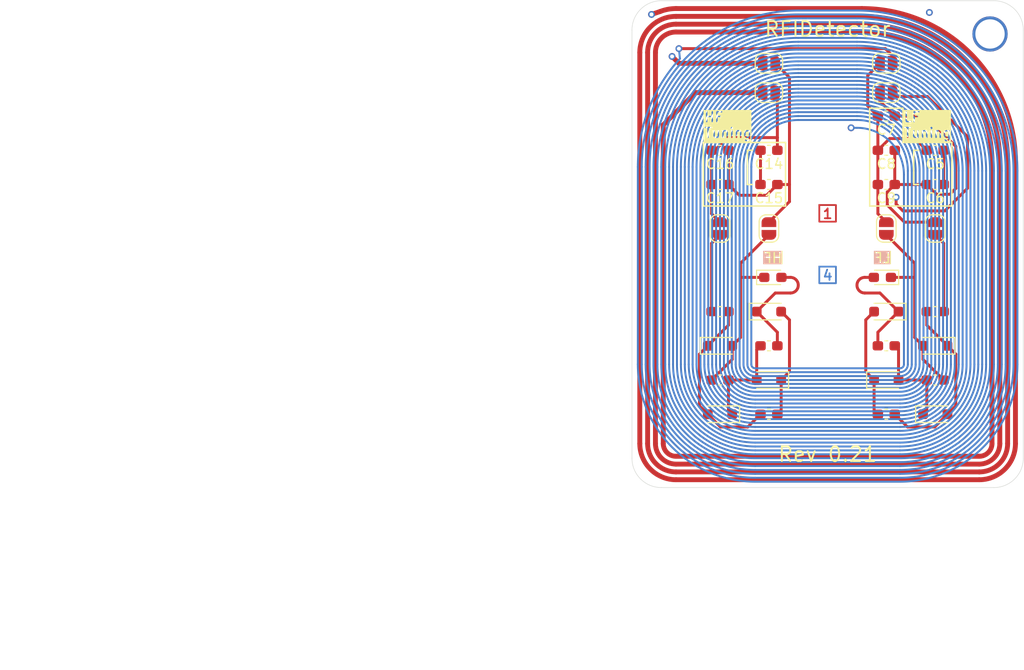
<source format=kicad_pcb>
(kicad_pcb (version 20221018) (generator pcbnew)
  (title_block (title "RFIDetector") (rev "0.21") (company "wh201906"))
  (layers (0 "F.Cu" signal) (1 "In1.Cu" signal) (2 "In2.Cu" signal) (31 "B.Cu" signal) (34 "B.Paste" user) (35 "F.Paste" user) (36 "B.SilkS" user "B.Silkscreen") (37 "F.SilkS" user "F.Silkscreen") (38 "B.Mask" user) (39 "F.Mask" user) (44 "Edge.Cuts" user))
  (net 0 "")
  (net 1 "/125k_load_+")
  (net 2 "Net-(D1-K)")
  (net 3 "/125k_load_-")
  (net 4 "Net-(D2-K)")
  (net 5 "Net-(D3-K)")
  (net 6 "Net-(D4-K)")
  (net 7 "/13.56M_load_+")
  (net 8 "Net-(D6-K)")
  (net 9 "/13.56M_load_-")
  (net 10 "Net-(D7-K)")
  (net 11 "Net-(D8-K)")
  (net 12 "Net-(D10-A)")
  (net 13 "Net-(JP1-B)")
  (net 14 "Net-(JP2-B)")
  (net 15 "Net-(C14-Pad1)")
  (net 16 "Net-(JP5-B)")
  (net 17 "Net-(JP6-B)")
  (net 18 "unconnected-(JP3-B-Pad2)")
  (net 19 "unconnected-(JP4-B-Pad2)")
  (net 22 "Net-(C5-Pad2)")
  (footprint "Jumper:SolderJumper-2_P1.3mm_Open_RoundedPad1.0x1.5mm" (layer "F.Cu") (at 214 56.5 180)
    (fp_text reference "JP8" hide)
    (fp_text value "SolderJumper_2_Open")
  )
  (footprint "LED_SMD:LED_0603_1608Metric_Pad1.05x0.95mm_HandSolder" (layer "F.Cu") (at 214.4 78.4)
    (fp_text reference "D10" hide)
    (fp_text value "LED")
  )
  (footprint "Capacitor_SMD:C_0603_1608Metric_Pad1.08x0.95mm_HandSolder" (layer "F.Cu") (at 213.9995 68.9)
    (fp_text reference "C15")
    (fp_text value "0")
  )
  (footprint "Capacitor_SMD:C_0603_1608Metric_Pad1.08x0.95mm_HandSolder" (layer "F.Cu") (at 225.9995 68.9 180)
    (fp_text reference "C9")
    (fp_text value "0")
  )
  (footprint "Capacitor_SMD:C_0603_1608Metric_Pad1.08x0.95mm_HandSolder" (layer "F.Cu") (at 225.9995 85.4 180)
    (fp_text reference "C4" hide)
    (fp_text value "10u")
  )
  (footprint "Capacitor_SMD:C_0603_1608Metric_Pad1.08x0.95mm_HandSolder" (layer "F.Cu") (at 213.9995 85.4)
    (fp_text reference "C13" hide)
    (fp_text value "10u")
  )
  (footprint "Jumper:SolderJumper-2_P1.3mm_Open_RoundedPad1.0x1.5mm" (layer "F.Cu") (at 208.9995 73.4 90)
    (fp_text reference "JP5" hide)
    (fp_text value "SolderJumper_2_Open")
  )
  (footprint "Capacitor_SMD:C_0603_1608Metric_Pad1.08x0.95mm_HandSolder" (layer "F.Cu") (at 213.9995 65.4)
    (fp_text reference "C14")
    (fp_text value "0")
  )
  (footprint "Jumper:SolderJumper-2_P1.3mm_Open_RoundedPad1.0x1.5mm" (layer "F.Cu") (at 226 59.5)
    (fp_text reference "JP3" hide)
    (fp_text value "SolderJumper_2_Open")
  )
  (footprint "Diode_SMD:D_SOD-323_HandSoldering" (layer "F.Cu") (at 230.9995 85.4 180)
    (fp_text reference "D1" hide)
    (fp_text value "1N5819WS")
  )
  (footprint "Diode_SMD:D_SOD-323_HandSoldering" (layer "F.Cu") (at 208.9995 85.4)
    (fp_text reference "D6" hide)
    (fp_text value "1N5819WS")
  )
  (footprint "Diode_SMD:D_SOD-323_HandSoldering" (layer "F.Cu") (at 225.9995 81.9 180)
    (fp_text reference "D4" hide)
    (fp_text value "1N5819WS")
  )
  (footprint "Capacitor_SMD:C_0603_1608Metric_Pad1.08x0.95mm_HandSolder" (layer "F.Cu") (at 230.9995 65.4)
    (fp_text reference "C5")
    (fp_text value "0")
  )
  (footprint "Capacitor_SMD:C_0603_1608Metric_Pad1.08x0.95mm_HandSolder" (layer "F.Cu") (at 208.9995 65.4 180)
    (fp_text reference "C16")
    (fp_text value "0")
  )
  (footprint "Capacitor_SMD:C_0603_1608Metric_Pad1.08x0.95mm_HandSolder" (layer "F.Cu") (at 225.9995 92.4 180)
    (fp_text reference "C3" hide)
    (fp_text value "10u")
  )
  (footprint "Diode_SMD:D_SOD-323_HandSoldering" (layer "F.Cu") (at 225.9995 88.9)
    (fp_text reference "D3" hide)
    (fp_text value "1N5819WS")
  )
  (footprint "Diode_SMD:D_SOD-323_HandSoldering" (layer "F.Cu") (at 230.9995 92.4)
    (fp_text reference "D2" hide)
    (fp_text value "1N5819WS")
  )
  (footprint "Capacitor_SMD:C_0603_1608Metric_Pad1.08x0.95mm_HandSolder" (layer "F.Cu") (at 208.9995 68.9 180)
    (fp_text reference "C17")
    (fp_text value "0")
  )
  (footprint "Jumper:SolderJumper-2_P1.3mm_Open_RoundedPad1.0x1.5mm" (layer "F.Cu") (at 226 56.5)
    (fp_text reference "JP4" hide)
    (fp_text value "SolderJumper_2_Open")
  )
  (footprint "Diode_SMD:D_SOD-323_HandSoldering" (layer "F.Cu") (at 208.9995 92.4 180)
    (fp_text reference "D7" hide)
    (fp_text value "1N5819WS")
  )
  (footprint "Capacitor_SMD:C_0603_1608Metric_Pad1.08x0.95mm_HandSolder" (layer "F.Cu") (at 208.9995 81.9)
    (fp_text reference "C10" hide)
    (fp_text value "10u")
  )
  (footprint "Jumper:SolderJumper-2_P1.3mm_Open_RoundedPad1.0x1.5mm" (layer "F.Cu") (at 214 59.5 180)
    (fp_text reference "JP7" hide)
    (fp_text value "SolderJumper_2_Open")
  )
  (footprint "Capacitor_SMD:C_0603_1608Metric_Pad1.08x0.95mm_HandSolder" (layer "F.Cu") (at 225.9995 65.4 180)
    (fp_text reference "C8")
    (fp_text value "0")
  )
  (footprint "Capacitor_SMD:C_0603_1608Metric_Pad1.08x0.95mm_HandSolder" (layer "F.Cu") (at 213.9995 92.4)
    (fp_text reference "C12" hide)
    (fp_text value "10u")
  )
  (footprint "Capacitor_SMD:C_0603_1608Metric_Pad1.08x0.95mm_HandSolder" (layer "F.Cu") (at 230.9995 68.9 180)
    (fp_text reference "C6")
    (fp_text value "0")
  )
  (footprint "Jumper:SolderJumper-2_P1.3mm_Open_RoundedPad1.0x1.5mm" (layer "F.Cu") (at 225.9995 73.4 90)
    (fp_text reference "JP2" hide)
    (fp_text value "SolderJumper_2_Open")
  )
  (footprint "Capacitor_SMD:C_0603_1608Metric_Pad1.08x0.95mm_HandSolder" (layer "F.Cu") (at 230.9995 81.9 180)
    (fp_text reference "C1" hide)
    (fp_text value "10u")
  )
  (footprint "Jumper:SolderJumper-2_P1.3mm_Open_RoundedPad1.0x1.5mm" (layer "F.Cu") (at 230.9995 73.4 90)
    (fp_text reference "JP1" hide)
    (fp_text value "SolderJumper_2_Open")
  )
  (footprint "Jumper:SolderJumper-2_P1.3mm_Open_RoundedPad1.0x1.5mm" (layer "F.Cu") (at 213.9995 73.4 90)
    (fp_text reference "JP6" hide)
    (fp_text value "SolderJumper_2_Open")
  )
  (footprint "Diode_SMD:D_SOD-323_HandSoldering" (layer "F.Cu") (at 213.9995 81.9)
    (fp_text reference "D9" hide)
    (fp_text value "1N5819WS")
  )
  (footprint "Capacitor_SMD:C_0603_1608Metric_Pad1.08x0.95mm_HandSolder" (layer "F.Cu") (at 208.9995 88.9)
    (fp_text reference "C11" hide)
    (fp_text value "10u")
  )
  (footprint "Diode_SMD:D_SOD-323_HandSoldering" (layer "F.Cu") (at 213.9995 88.9 180)
    (fp_text reference "D8" hide)
    (fp_text value "1N5819WS")
  )
  (footprint "Capacitor_SMD:C_0603_1608Metric_Pad1.08x0.95mm_HandSolder" (layer "F.Cu") (at 225.9995 61.9 180)
    (fp_text reference "C7")
    (fp_text value "4.7n")
  )
  (footprint "LED_SMD:LED_0603_1608Metric_Pad1.05x0.95mm_HandSolder" (layer "F.Cu") (at 225.6 78.4 180)
    (fp_text reference "D5" hide)
    (fp_text value "LED")
  )
  (footprint "Capacitor_SMD:C_0603_1608Metric_Pad1.08x0.95mm_HandSolder" (layer "F.Cu") (at 230.9995 88.9 180)
    (fp_text reference "C2" hide)
    (fp_text value "10u")
  )
  (gr_arc (start 200.8 55.4) (mid 201.883705 52.783705) (end 204.5 51.7) (stroke (width 0.5)) (layer "F.Cu"))
  (gr_arc (start 238.4 95.4) (mid 237.55061 97.45061) (end 235.5 98.3) (stroke (width 0.5)) (layer "F.Cu"))
  (gr_line (start 202.4 95.4) (end 202.4 55.4) (stroke (width 0.5)) (layer "F.Cu"))
  (gr_arc (start 223.5 50.9) (mid 234.601576 55.498424) (end 239.2 66.6) (stroke (width 0.5)) (layer "F.Cu"))
  (gr_arc (start 202.4 55.4) (mid 203.015076 53.915076) (end 204.5 53.3) (stroke (width 0.5)) (layer "F.Cu"))
  (gr_arc (start 236.8 95.4) (mid 236.419239 96.319239) (end 235.5 96.7) (stroke (width 0.5)) (layer "F.Cu"))
  (gr_rect (start 219.15 71) (end 220.85 72.7) (stroke (width 0.18)) (fill none) (layer "F.Cu"))
  (gr_line (start 213 59.5) (end 206.5 59.5) (stroke (width 0.5)) (layer "F.Cu"))
  (gr_line (start 204.1 55.8) (end 204.8 56.5) (stroke (width 0.5)) (layer "F.Cu"))
  (gr_line (start 206.5 59.5) (end 203.199963 62.800037) (stroke (width 0.5)) (layer "F.Cu"))
  (gr_arc (start 204.5 97.5) (mid 203.015076 96.884924) (end 202.4 95.4) (stroke (width 0.5)) (layer "F.Cu"))
  (gr_line (start 204.5 97.5) (end 235.5 97.5) (stroke (width 0.5)) (layer "F.Cu"))
  (gr_arc (start 204.5 98.3) (mid 202.44939 97.45061) (end 201.6 95.4) (stroke (width 0.5)) (layer "F.Cu"))
  (gr_arc (start 239.2 95.4) (mid 238.116295 98.016295) (end 235.5 99.1) (stroke (width 0.5)) (layer "F.Cu"))
  (gr_arc (start 202.898021 51.194805) (mid 203.68556 50.974315) (end 204.5 50.9) (stroke (width 0.5)) (layer "F.Cu"))
  (gr_line (start 238.4 95.4) (end 238.4 66.6) (stroke (width 0.5)) (layer "F.Cu"))
  (gr_arc (start 201.6 55.4) (mid 202.44939 53.34939) (end 204.5 52.5) (stroke (width 0.5)) (layer "F.Cu"))
  (gr_arc (start 204.5 96.7) (mid 203.580761 96.319239) (end 203.2 95.4) (stroke (width 0.5)) (layer "F.Cu"))
  (gr_line (start 201.6 95.4) (end 201.6 55.4) (stroke (width 0.5)) (layer "F.Cu"))
  (gr_line (start 204.5 99.1) (end 235.5 99.1) (stroke (width 0.5)) (layer "F.Cu"))
  (gr_line (start 239.2 66.6) (end 239.2 95.4) (stroke (width 0.5)) (layer "F.Cu"))
  (gr_arc (start 223.8 80) (mid 223 79.2) (end 223.8 78.4) (stroke (width 0.3)) (layer "F.Cu"))
  (gr_arc (start 237.6 95.4) (mid 236.984924 96.884924) (end 235.5 97.5) (stroke (width 0.5)) (layer "F.Cu"))
  (gr_arc (start 216.2 78.4) (mid 217 79.2) (end 216.2 80) (stroke (width 0.3)) (layer "F.Cu"))
  (gr_line (start 223.5 52.5) (end 204.5 52.5) (stroke (width 0.5)) (layer "F.Cu"))
  (gr_line (start 237.6 66.6) (end 237.6 95.4) (stroke (width 0.5)) (layer "F.Cu"))
  (gr_line (start 223.5 53.3) (end 204.5 53.3) (stroke (width 0.5)) (layer "F.Cu"))
  (gr_arc (start 223.5 51.7) (mid 234.035891 56.064109) (end 238.4 66.6) (stroke (width 0.5)) (layer "F.Cu"))
  (gr_line (start 223.5 51.7) (end 204.5 51.7) (stroke (width 0.5)) (layer "F.Cu"))
  (gr_line (start 202.898021 51.194805) (end 202 51.5) (stroke (width 0.5)) (layer "F.Cu"))
  (gr_line (start 203.2 95.4) (end 203.2 62.8) (stroke (width 0.5)) (layer "F.Cu"))
  (gr_line (start 204.5 98.3) (end 235.5 98.3) (stroke (width 0.5)) (layer "F.Cu"))
  (gr_arc (start 223.5 53.3) (mid 232.90452 57.19548) (end 236.8 66.6) (stroke (width 0.5)) (layer "F.Cu"))
  (gr_line (start 204.5 96.7) (end 235.5 96.7) (stroke (width 0.5)) (layer "F.Cu"))
  (gr_arc (start 204.5 99.1) (mid 201.883705 98.016295) (end 200.8 95.4) (stroke (width 0.5)) (layer "F.Cu"))
  (gr_line (start 204.8 56.5) (end 213 56.5) (stroke (width 0.5)) (layer "F.Cu"))
  (gr_arc (start 223.5 52.5) (mid 233.470206 56.629794) (end 237.6 66.6) (stroke (width 0.5)) (layer "F.Cu"))
  (gr_line (start 200.8 95.4) (end 200.8 55.4) (stroke (width 0.5)) (layer "F.Cu"))
  (gr_line (start 223.5 50.9) (end 204.5 50.9) (stroke (width 0.5)) (layer "F.Cu"))
  (gr_line (start 236.8 95.4) (end 236.8 66.6) (stroke (width 0.5)) (layer "F.Cu"))
  (gr_line (start 237.8 67.5) (end 237.799998 87.300002) (stroke (width 0.2)) (layer "B.Cu"))
  (gr_arc (start 212.599998 98.100002) (mid 204.963245 94.936755) (end 201.799998 87.300002) (stroke (width 0.2)) (layer "B.Cu"))
  (gr_arc (start 236.199998 87.300002) (mid 233.622538 93.522542) (end 227.399998 96.100002) (stroke (width 0.2)) (layer "B.Cu"))
  (gr_line (start 203.399998 67.100004) (end 203.399998 87.300002) (stroke (width 0.2)) (layer "B.Cu"))
  (gr_line (start 228.2 67.5) (end 228.199998 87.300002) (stroke (width 0.2)) (layer "B.Cu"))
  (gr_line (start 216.999998 53.500004) (end 223 53.5) (stroke (width 0.2)) (layer "B.Cu"))
  (gr_line (start 233.8 67.5) (end 233.799998 87.300002) (stroke (width 0.2)) (layer "B.Cu"))
  (gr_line (start 209.799998 67.100004) (end 209.799998 87.300002) (stroke (width 0.2)) (layer "B.Cu"))
  (gr_arc (start 202.199998 67.100004) (mid 206.534817 56.634823) (end 216.999998 52.300004) (stroke (width 0.2)) (layer "B.Cu"))
  (gr_line (start 216.999998 52.300004) (end 223 52.3) (stroke (width 0.2)) (layer "B.Cu"))
  (gr_arc (start 201.799998 67.100004) (mid 206.251974 56.35198) (end 216.999998 51.900004) (stroke (width 0.2)) (layer "B.Cu"))
  (gr_line (start 212.599998 92.900002) (end 227.399998 92.900002) (stroke (width 0.2)) (layer "B.Cu"))
  (gr_arc (start 212.599998 89.300002) (mid 211.185784 88.714216) (end 210.599998 87.300002) (stroke (width 0.2)) (layer "B.Cu"))
  (gr_arc (start 203.799998 67.100004) (mid 207.666188 57.766194) (end 216.999998 53.900004) (stroke (width 0.2)) (layer "B.Cu"))
  (gr_line (start 216.999998 58.700004) (end 223 58.7) (stroke (width 0.2)) (layer "B.Cu"))
  (gr_arc (start 206.999998 67.100004) (mid 209.92893 60.028936) (end 216.999998 57.100004) (stroke (width 0.2)) (layer "B.Cu"))
  (gr_line (start 212.599998 93.300002) (end 227.399998 93.300002) (stroke (width 0.2)) (layer "B.Cu"))
  (gr_arc (start 208.199998 67.100004) (mid 210.777458 60.877464) (end 216.999998 58.300004) (stroke (width 0.2)) (layer "B.Cu"))
  (gr_line (start 216.999998 51.100004) (end 223 51.1) (stroke (width 0.2)) (layer "B.Cu"))
  (gr_arc (start 212.599998 90.100002) (mid 210.620099 89.279901) (end 209.799998 87.300002) (stroke (width 0.2)) (layer "B.Cu"))
  (gr_line (start 216.999998 55.900004) (end 223 55.9) (stroke (width 0.2)) (layer "B.Cu"))
  (gr_arc (start 207.399998 67.100004) (mid 210.211773 60.311779) (end 216.999998 57.500004) (stroke (width 0.2)) (layer "B.Cu"))
  (gr_line (start 237 67.5) (end 236.999998 87.300002) (stroke (width 0.2)) (layer "B.Cu"))
  (gr_arc (start 206.199998 67.100004) (mid 209.363245 59.463251) (end 216.999998 56.300004) (stroke (width 0.2)) (layer "B.Cu"))
  (gr_line (start 212.599998 98.900002) (end 227.399998 98.900002) (stroke (width 0.2)) (layer "B.Cu"))
  (gr_arc (start 223 61.5) (mid 227.242641 63.257359) (end 229 67.5) (stroke (width 0.2)) (layer "B.Cu"))
  (gr_line (start 212.599998 96.900002) (end 227.399998 96.900002) (stroke (width 0.2)) (layer "B.Cu"))
  (gr_arc (start 227.799998 87.300002) (mid 227.68284 87.582843) (end 227.399998 87.700002) (stroke (width 0.2)) (layer "B.Cu"))
  (gr_line (start 216.999998 53.900004) (end 223 53.9) (stroke (width 0.2)) (layer "B.Cu"))
  (gr_arc (start 223 58.3) (mid 229.505382 60.994618) (end 232.2 67.5) (stroke (width 0.2)) (layer "B.Cu"))
  (gr_arc (start 223 59.5) (mid 228.656854 61.843146) (end 231 67.5) (stroke (width 0.2)) (layer "B.Cu"))
  (gr_arc (start 204.999998 67.100004) (mid 208.514717 58.614723) (end 216.999998 55.100004) (stroke (width 0.2)) (layer "B.Cu"))
  (gr_arc (start 231.399998 87.300002) (mid 230.228424 90.128427) (end 227.399998 91.300002) (stroke (width 0.2)) (layer "B.Cu"))
  (gr_line (start 212.599998 95.700002) (end 227.399998 95.700002) (stroke (width 0.2)) (layer "B.Cu"))
  (gr_arc (start 211.399998 67.100004) (mid 213.0402 63.140206) (end 216.999998 61.500004) (stroke (width 0.2)) (layer "B.Cu"))
  (gr_arc (start 239.399998 87.300002) (mid 235.885279 95.785283) (end 227.399998 99.300002) (stroke (width 0.2)) (layer "B.Cu"))
  (gr_line (start 210.599998 67.100004) (end 210.599998 87.300002) (stroke (width 0.2)) (layer "B.Cu"))
  (gr_line (start 216.999998 59.100004) (end 223 59.1) (stroke (width 0.2)) (layer "B.Cu"))
  (gr_line (start 236.2 67.5) (end 236.199998 87.300002) (stroke (width 0.2)) (layer "B.Cu"))
  (gr_arc (start 231.799998 87.300002) (mid 230.511268 90.411272) (end 227.399998 91.700002) (stroke (width 0.2)) (layer "B.Cu"))
  (gr_line (start 216.999998 51.900004) (end 223 51.9) (stroke (width 0.2)) (layer "B.Cu"))
  (gr_arc (start 211.799998 67.100004) (mid 213.323043 63.423049) (end 216.999998 61.900004) (stroke (width 0.2)) (layer "B.Cu"))
  (gr_arc (start 230.599998 87.300002) (mid 229.66274 89.562744) (end 227.399998 90.500002) (stroke (width 0.2)) (layer "B.Cu"))
  (gr_arc (start 212.599998 94.100002) (mid 207.791672 92.108328) (end 205.799998 87.300002) (stroke (width 0.2)) (layer "B.Cu"))
  (gr_arc (start 212.599998 99.300002) (mid 204.114717 95.785283) (end 200.599998 87.300002) (stroke (width 0.2)) (layer "B.Cu"))
  (gr_line (start 204.999998 67.100004) (end 204.999998 87.300002) (stroke (width 0.2)) (layer "B.Cu"))
  (gr_arc (start 228.199998 87.300002) (mid 227.965683 87.865685) (end 227.399998 88.100002) (stroke (width 0.2)) (layer "B.Cu"))
  (gr_arc (start 223 55.5) (mid 231.485281 59.014719) (end 235 67.5) (stroke (width 0.2)) (layer "B.Cu"))
  (gr_line (start 232.2 67.5) (end 232.199998 87.300002) (stroke (width 0.2)) (layer "B.Cu"))
  (gr_arc (start 212.599998 88.100002) (mid 212.034313 87.865687) (end 211.799998 87.300002) (stroke (width 0.2)) (layer "B.Cu"))
  (gr_arc (start 210.999998 67.100004) (mid 212.757357 62.857363) (end 216.999998 61.100004) (stroke (width 0.2)) (layer "B.Cu"))
  (gr_arc (start 223 58.7) (mid 229.22254 61.27746) (end 231.8 67.5) (stroke (width 0.2)) (layer "B.Cu"))
  (gr_arc (start 223 61.1) (mid 227.525483 62.974517) (end 229.4 67.5) (stroke (width 0.2)) (layer "B.Cu"))
  (gr_line (start 212.599998 87.700002) (end 227.399998 87.700002) (stroke (width 0.2)) (layer "B.Cu"))
  (gr_arc (start 212.599998 92.100002) (mid 209.205885 90.694115) (end 207.799998 87.300002) (stroke (width 0.2)) (layer "B.Cu"))
  (gr_line (start 216.999998 54.300004) (end 223 54.3) (stroke (width 0.2)) (layer "B.Cu"))
  (gr_arc (start 223 54.3) (mid 232.33381 58.16619) (end 236.2 67.5) (stroke (width 0.2)) (layer "B.Cu"))
  (gr_arc (start 205.399998 67.100004) (mid 208.797559 58.897565) (end 216.999998 55.500004) (stroke (width 0.2)) (layer "B.Cu"))
  (gr_arc (start 212.599998 91.700002) (mid 209.488728 90.411272) (end 208.199998 87.300002) (stroke (width 0.2)) (layer "B.Cu"))
  (gr_arc (start 223 63.1) (mid 226.394113 64.505887) (end 227.8 67.9) (stroke (width 0.2)) (layer "B.Cu"))
  (gr_line (start 207.399998 67.100004) (end 207.399998 87.300002) (stroke (width 0.2)) (layer "B.Cu"))
  (gr_arc (start 223 59.1) (mid 228.939697 61.560303) (end 231.4 67.5) (stroke (width 0.2)) (layer "B.Cu"))
  (gr_arc (start 238.999998 87.300002) (mid 235.602437 95.502441) (end 227.399998 98.900002) (stroke (width 0.2)) (layer "B.Cu"))
  (gr_arc (start 233.799998 87.300002) (mid 231.925481 91.825485) (end 227.399998 93.700002) (stroke (width 0.2)) (layer "B.Cu"))
  (gr_line (start 216.999998 56.700004) (end 223 56.7) (stroke (width 0.2)) (layer "B.Cu"))
  (gr_arc (start 223 53.1) (mid 233.182338 57.317662) (end 237.4 67.5) (stroke (width 0.2)) (layer "B.Cu"))
  (gr_line (start 234.2 67.5) (end 234.199998 87.300002) (stroke (width 0.2)) (layer "B.Cu"))
  (gr_arc (start 212.599998 94.900002) (mid 207.225986 92.674014) (end 204.999998 87.300002) (stroke (width 0.2)) (layer "B.Cu"))
  (gr_line (start 216.999998 60.300004) (end 223 60.3) (stroke (width 0.2)) (layer "B.Cu"))
  (gr_arc (start 212.599998 92.500002) (mid 208.923043 90.976957) (end 207.399998 87.300002) (stroke (width 0.2)) (layer "B.Cu"))
  (gr_arc (start 212.599998 94.500002) (mid 207.508829 92.391171) (end 205.399998 87.300002) (stroke (width 0.2)) (layer "B.Cu"))
  (gr_line (start 216.999998 61.500004) (end 223 61.5) (stroke (width 0.2)) (layer "B.Cu"))
  (gr_line (start 201.399998 67.100004) (end 201.399998 87.300002) (stroke (width 0.2)) (layer "B.Cu"))
  (gr_arc (start 232.599998 87.300002) (mid 231.076952 90.976955) (end 227.399998 92.500002) (stroke (width 0.2)) (layer "B.Cu"))
  (gr_line (start 233.4 67.5) (end 233.399998 87.300002) (stroke (width 0.2)) (layer "B.Cu"))
  (gr_arc (start 204.599998 67.100004) (mid 208.231873 58.331879) (end 216.999998 54.700004) (stroke (width 0.2)) (layer "B.Cu"))
  (gr_line (start 203.799998 67.100004) (end 203.799998 87.300002) (stroke (width 0.2)) (layer "B.Cu"))
  (gr_line (start 231.8 67.5) (end 231.799998 87.300002) (stroke (width 0.2)) (layer "B.Cu"))
  (gr_line (start 216.999998 61.900004) (end 223 61.9) (stroke (width 0.2)) (layer "B.Cu"))
  (gr_line (start 202.199998 67.100004) (end 202.199998 87.300002) (stroke (width 0.2)) (layer "B.Cu"))
  (gr_line (start 239 67.5) (end 238.999998 87.300002) (stroke (width 0.2)) (layer "B.Cu"))
  (gr_arc (start 212.199998 67.100004) (mid 213.605885 63.705891) (end 216.999998 62.300004) (stroke (width 0.2)) (layer "B.Cu"))
  (gr_arc (start 212.599998 91.300002) (mid 209.771571 90.128429) (end 208.599998 87.300002) (stroke (width 0.2)) (layer "B.Cu"))
  (gr_line (start 216.999998 59.900004) (end 223 59.9) (stroke (width 0.2)) (layer "B.Cu"))
  (gr_arc (start 212.599998 95.700002) (mid 206.660301 93.239699) (end 204.199998 87.300002) (stroke (width 0.2)) (layer "B.Cu"))
  (gr_line (start 206.199998 67.100004) (end 206.199998 87.300002) (stroke (width 0.2)) (layer "B.Cu"))
  (gr_line (start 216.999998 59.500004) (end 223 59.5) (stroke (width 0.2)) (layer "B.Cu"))
  (gr_arc (start 236.599998 87.300002) (mid 233.90538 93.805384) (end 227.399998 96.500002) (stroke (width 0.2)) (layer "B.Cu"))
  (gr_arc (start 212.599998 90.900002) (mid 210.054414 89.845586) (end 208.999998 87.300002) (stroke (width 0.2)) (layer "B.Cu"))
  (gr_rect (start 219.15 77.3) (end 220.85 79) (stroke (width 0.18)) (fill none) (layer "B.Cu"))
  (gr_line (start 204.599998 67.100004) (end 204.599998 87.300002) (stroke (width 0.2)) (layer "B.Cu"))
  (gr_line (start 212.599998 92.500002) (end 227.399998 92.500002) (stroke (width 0.2)) (layer "B.Cu"))
  (gr_line (start 212.599998 88.100002) (end 227.399998 88.100002) (stroke (width 0.2)) (layer "B.Cu"))
  (gr_line (start 208.599998 67.100004) (end 208.599998 87.300002) (stroke (width 0.2)) (layer "B.Cu"))
  (gr_line (start 206.599998 67.100004) (end 206.599998 87.300002) (stroke (width 0.2)) (layer "B.Cu"))
  (gr_arc (start 209.399998 67.100004) (mid 211.625986 61.725992) (end 216.999998 59.500004) (stroke (width 0.2)) (layer "B.Cu"))
  (gr_arc (start 212.599998 88.500002) (mid 211.75147 88.14853) (end 211.399998 87.300002) (stroke (width 0.2)) (layer "B.Cu"))
  (gr_arc (start 228.599998 87.300002) (mid 228.248525 88.148528) (end 227.399998 88.500002) (stroke (width 0.2)) (layer "B.Cu"))
  (gr_line (start 227.8 67.9) (end 227.799998 87.300002) (stroke (width 0.2)) (layer "B.Cu"))
  (gr_arc (start 228.999998 87.300002) (mid 228.531368 88.431371) (end 227.399998 88.900002) (stroke (width 0.2)) (layer "B.Cu"))
  (gr_line (start 208.199998 67.100004) (end 208.199998 87.300002) (stroke (width 0.2)) (layer "B.Cu"))
  (gr_line (start 212.599998 90.500002) (end 227.399998 90.500002) (stroke (width 0.2)) (layer "B.Cu"))
  (gr_arc (start 223 62.3) (mid 226.676955 63.823045) (end 228.2 67.5) (stroke (width 0.2)) (layer "B.Cu"))
  (gr_arc (start 212.599998 87.700002) (mid 212.317155 87.582845) (end 212.199998 87.300002) (stroke (width 0.2)) (layer "B.Cu"))
  (gr_arc (start 234.599998 87.300002) (mid 232.491167 92.391171) (end 227.399998 94.500002) (stroke (width 0.2)) (layer "B.Cu"))
  (gr_arc (start 223 51.9) (mid 234.030866 56.469134) (end 238.6 67.5) (stroke (width 0.2)) (layer "B.Cu"))
  (gr_arc (start 200.999998 67.100004) (mid 205.68629 55.786296) (end 216.999998 51.100004) (stroke (width 0.2)) (layer "B.Cu"))
  (gr_line (start 212.599998 98.100002) (end 227.399998 98.100002) (stroke (width 0.2)) (layer "B.Cu"))
  (gr_line (start 216.999998 57.900004) (end 223 57.9) (stroke (width 0.2)) (layer "B.Cu"))
  (gr_line (start 212.599998 96.100002) (end 227.399998 96.100002) (stroke (width 0.2)) (layer "B.Cu"))
  (gr_line (start 208.999998 67.100004) (end 208.999998 87.300002) (stroke (width 0.2)) (layer "B.Cu"))
  (gr_arc (start 235.799998 87.300002) (mid 233.339695 93.239699) (end 227.399998 95.700002) (stroke (width 0.2)) (layer "B.Cu"))
  (gr_arc (start 223 56.7) (mid 230.636753 59.863247) (end 233.8 67.5) (stroke (width 0.2)) (layer "B.Cu"))
  (gr_arc (start 212.599998 89.700002) (mid 210.902942 88.997058) (end 210.199998 87.300002) (stroke (width 0.2)) (layer "B.Cu"))
  (gr_line (start 211.399998 67.100004) (end 211.399998 87.300002) (stroke (width 0.2)) (layer "B.Cu"))
  (gr_arc (start 238.599998 87.300002) (mid 235.319594 95.219598) (end 227.399998 98.500002) (stroke (width 0.2)) (layer "B.Cu"))
  (gr_arc (start 212.599998 93.300002) (mid 208.357357 91.542643) (end 206.599998 87.300002) (stroke (width 0.2)) (layer "B.Cu"))
  (gr_arc (start 208.999998 67.100004) (mid 211.343144 61.44315) (end 216.999998 59.100004) (stroke (width 0.2)) (layer "B.Cu"))
  (gr_line (start 216.999998 54.700004) (end 223 54.7) (stroke (width 0.2)) (layer "B.Cu"))
  (gr_arc (start 212.599998 88.900002) (mid 211.468627 88.431373) (end 210.999998 87.300002) (stroke (width 0.2)) (layer "B.Cu"))
  (gr_line (start 212.599998 91.300002) (end 227.399998 91.300002) (stroke (width 0.2)) (layer "B.Cu"))
  (gr_arc (start 212.599998 97.300002) (mid 205.52893 94.37107) (end 202.599998 87.300002) (stroke (width 0.2)) (layer "B.Cu"))
  (gr_arc (start 233.399998 87.300002) (mid 231.642639 91.542643) (end 227.399998 93.300002) (stroke (width 0.2)) (layer "B.Cu"))
  (gr_arc (start 223 55.9) (mid 231.202439 59.297561) (end 234.6 67.5) (stroke (width 0.2)) (layer "B.Cu"))
  (gr_line (start 205.399998 67.100004) (end 205.399998 87.300002) (stroke (width 0.2)) (layer "B.Cu"))
  (gr_line (start 212.599998 99.300002) (end 227.399998 99.300002) (stroke (width 0.2)) (layer "B.Cu"))
  (gr_line (start 216.999998 58.300004) (end 223 58.3) (stroke (width 0.2)) (layer "B.Cu"))
  (gr_line (start 237.4 67.5) (end 237.399998 87.300002) (stroke (width 0.2)) (layer "B.Cu"))
  (gr_arc (start 237.399998 87.300002) (mid 234.471066 94.37107) (end 227.399998 97.300002) (stroke (width 0.2)) (layer "B.Cu"))
  (gr_arc (start 210.199998 67.100004) (mid 212.191672 62.291678) (end 216.999998 60.300004) (stroke (width 0.2)) (layer "B.Cu"))
  (gr_line (start 238.2 67.5) (end 238.199998 87.300002) (stroke (width 0.2)) (layer "B.Cu"))
  (gr_arc (start 212.599998 90.500002) (mid 210.337256 89.562744) (end 209.399998 87.300002) (stroke (width 0.2)) (layer "B.Cu"))
  (gr_arc (start 203.399998 67.100004) (mid 207.383346 57.483352) (end 216.999998 53.500004) (stroke (width 0.2)) (layer "B.Cu"))
  (gr_line (start 232.6 67.5) (end 232.599998 87.300002) (stroke (width 0.2)) (layer "B.Cu"))
  (gr_arc (start 230.999998 87.300002) (mid 229.945582 89.845584) (end 227.399998 90.900002) (stroke (width 0.2)) (layer "B.Cu"))
  (gr_arc (start 234.999998 87.300002) (mid 232.77401 92.674014) (end 227.399998 94.900002) (stroke (width 0.2)) (layer "B.Cu"))
  (gr_line (start 216.999998 53.100004) (end 223 53.1) (stroke (width 0.2)) (layer "B.Cu"))
  (gr_arc (start 223 53.9) (mid 232.616652 57.883348) (end 236.6 67.5) (stroke (width 0.2)) (layer "B.Cu"))
  (gr_arc (start 212.599998 98.900002) (mid 204.397559 95.502441) (end 200.999998 87.300002) (stroke (width 0.2)) (layer "B.Cu"))
  (gr_line (start 229 67.5) (end 228.999998 87.300002) (stroke (width 0.2)) (layer "B.Cu"))
  (gr_line (start 212.599998 88.900002) (end 227.399998 88.900002) (stroke (width 0.2)) (layer "B.Cu"))
  (gr_line (start 212.599998 94.500002) (end 227.399998 94.500002) (stroke (width 0.2)) (layer "B.Cu"))
  (gr_arc (start 212.599998 95.300002) (mid 206.943144 92.956856) (end 204.599998 87.300002) (stroke (width 0.2)) (layer "B.Cu"))
  (gr_line (start 212.599998 90.100002) (end 227.399998 90.100002) (stroke (width 0.2)) (layer "B.Cu"))
  (gr_line (start 216.999998 52.700004) (end 223 52.7) (stroke (width 0.2)) (layer "B.Cu"))
  (gr_arc (start 223 52.3) (mid 233.748024 56.751976) (end 238.2 67.5) (stroke (width 0.2)) (layer "B.Cu"))
  (gr_line (start 216.999998 62.300004) (end 223 62.3) (stroke (width 0.2)) (layer "B.Cu"))
  (gr_arc (start 235.399998 87.300002) (mid 233.056852 92.956856) (end 227.399998 95.300002) (stroke (width 0.2)) (layer "B.Cu"))
  (gr_arc (start 207.799998 67.100004) (mid 210.494616 60.594622) (end 216.999998 57.900004) (stroke (width 0.2)) (layer "B.Cu"))
  (gr_arc (start 223 59.9) (mid 228.374012 62.125988) (end 230.6 67.5) (stroke (width 0.2)) (layer "B.Cu"))
  (gr_arc (start 202.999998 67.100004) (mid 207.100503 57.200509) (end 216.999998 53.100004) (stroke (width 0.2)) (layer "B.Cu"))
  (gr_arc (start 204.199998 67.100004) (mid 207.949031 58.049037) (end 216.999998 54.300004) (stroke (width 0.2)) (layer "B.Cu"))
  (gr_line (start 206.999998 67.100004) (end 206.999998 87.300002) (stroke (width 0.2)) (layer "B.Cu"))
  (gr_arc (start 236.999998 87.300002) (mid 234.188223 94.088227) (end 227.399998 96.900002) (stroke (width 0.2)) (layer "B.Cu"))
  (gr_arc (start 200.600154 67.100004) (mid 201.712863 61.162124) (end 204.9 56.03) (stroke (width 0.2)) (layer "B.Cu"))
  (gr_line (start 236.6 67.5) (end 236.599998 87.300002) (stroke (width 0.2)) (layer "B.Cu"))
  (gr_arc (start 238.199998 87.300002) (mid 235.036751 94.936755) (end 227.399998 98.100002) (stroke (width 0.2)) (layer "B.Cu"))
  (gr_arc (start 223 52.7) (mid 233.465181 57.034819) (end 237.8 67.5) (stroke (width 0.2)) (layer "B.Cu"))
  (gr_line (start 202.599998 67.100004) (end 202.599998 87.300002) (stroke (width 0.2)) (layer "B.Cu"))
  (gr_line (start 210.199998 67.100004) (end 210.199998 87.300002) (stroke (width 0.2)) (layer "B.Cu"))
  (gr_line (start 216.999998 55.500004) (end 223 55.5) (stroke (width 0.2)) (layer "B.Cu"))
  (gr_line (start 235.8 67.5) (end 235.799998 87.300002) (stroke (width 0.2)) (layer "B.Cu"))
  (gr_arc (start 212.599998 98.500002) (mid 204.680402 95.219598) (end 201.399998 87.300002) (stroke (width 0.2)) (layer "B.Cu"))
  (gr_line (start 216.999998 57.100004) (end 223 57.1) (stroke (width 0.2)) (layer "B.Cu"))
  (gr_arc (start 205.799998 67.100004) (mid 209.080402 59.180408) (end 216.999998 55.900004) (stroke (width 0.2)) (layer "B.Cu"))
  (gr_arc (start 223 61.9) (mid 226.959798 63.540202) (end 228.6 67.5) (stroke (width 0.2)) (layer "B.Cu"))
  (gr_line (start 204.8 55) (end 204.9 56.03) (stroke (width 0.2)) (layer "B.Cu"))
  (gr_line (start 212.199998 67.100004) (end 212.199998 87.300002) (stroke (width 0.2)) (layer "B.Cu"))
  (gr_line (start 212.599998 97.700002) (end 227.399998 97.700002) (stroke (width 0.2)) (layer "B.Cu"))
  (gr_arc (start 206.599998 67.100004) (mid 209.646087 59.746093) (end 216.999998 56.700004) (stroke (width 0.2)) (layer "B.Cu"))
  (gr_line (start 211.799998 67.100004) (end 211.799998 87.300002) (stroke (width 0.2)) (layer "B.Cu"))
  (gr_line (start 216.999998 60.700004) (end 223 60.7) (stroke (width 0.2)) (layer "B.Cu"))
  (gr_arc (start 223 60.3) (mid 228.091169 62.408831) (end 230.2 67.5) (stroke (width 0.2)) (layer "B.Cu"))
  (gr_line (start 229.8 67.5) (end 229.799998 87.300002) (stroke (width 0.2)) (layer "B.Cu"))
  (gr_arc (start 212.599998 96.900002) (mid 205.811773 94.088227) (end 202.999998 87.300002) (stroke (width 0.2)) (layer "B.Cu"))
  (gr_arc (start 229.399998 87.300002) (mid 228.814212 88.714216) (end 227.399998 89.300002) (stroke (width 0.2)) (layer "B.Cu"))
  (gr_arc (start 212.599998 92.900002) (mid 208.6402 91.2598) (end 206.999998 87.300002) (stroke (width 0.2)) (layer "B.Cu"))
  (gr_line (start 207.799998 67.100004) (end 207.799998 87.300002) (stroke (width 0.2)) (layer "B.Cu"))
  (gr_line (start 229.4 67.5) (end 229.399998 87.300002) (stroke (width 0.2)) (layer "B.Cu"))
  (gr_line (start 231.4 67.5) (end 231.399998 87.300002) (stroke (width 0.2)) (layer "B.Cu"))
  (gr_arc (start 223 53.5) (mid 232.899495 57.600505) (end 237 67.5) (stroke (width 0.2)) (layer "B.Cu"))
  (gr_line (start 212.599998 95.300002) (end 227.399998 95.300002) (stroke (width 0.2)) (layer "B.Cu"))
  (gr_line (start 212.599998 92.100002) (end 227.399998 92.100002) (stroke (width 0.2)) (layer "B.Cu"))
  (gr_arc (start 212.599998 96.500002) (mid 206.094616 93.805384) (end 203.399998 87.300002) (stroke (width 0.2)) (layer "B.Cu"))
  (gr_line (start 216.999998 51.500004) (end 223 51.5) (stroke (width 0.2)) (layer "B.Cu"))
  (gr_line (start 238.6 67.5) (end 238.599998 87.300002) (stroke (width 0.2)) (layer "B.Cu"))
  (gr_line (start 212.599998 93.700002) (end 227.399998 93.700002) (stroke (width 0.2)) (layer "B.Cu"))
  (gr_line (start 212.599998 98.500002) (end 227.399998 98.500002) (stroke (width 0.2)) (layer "B.Cu"))
  (gr_arc (start 212.599998 93.700002) (mid 208.074515 91.825485) (end 206.199998 87.300002) (stroke (width 0.2)) (layer "B.Cu"))
  (gr_arc (start 212.599998 97.700002) (mid 205.246087 94.653913) (end 202.199998 87.300002) (stroke (width 0.2)) (layer "B.Cu"))
  (gr_arc (start 202.599998 67.100004) (mid 206.81766 56.917666) (end 216.999998 52.700004) (stroke (width 0.2)) (layer "B.Cu"))
  (gr_line (start 230.6 67.5) (end 230.599998 87.300002) (stroke (width 0.2)) (layer "B.Cu"))
  (gr_line (start 212.599998 89.700002) (end 227.399998 89.700002) (stroke (width 0.2)) (layer "B.Cu"))
  (gr_line (start 230.2 67.5) (end 230.199998 87.300002) (stroke (width 0.2)) (layer "B.Cu"))
  (gr_arc (start 210.599998 67.100004) (mid 212.474515 62.574521) (end 216.999998 60.700004) (stroke (width 0.2)) (layer "B.Cu"))
  (gr_line (start 216.999998 55.100004) (end 223 55.1) (stroke (width 0.2)) (layer "B.Cu"))
  (gr_arc (start 212.599998 96.100002) (mid 206.377458 93.522542) (end 203.799998 87.300002) (stroke (width 0.2)) (layer "B.Cu"))
  (gr_line (start 235 67.5) (end 234.999998 87.300002) (stroke (width 0.2)) (layer "B.Cu"))
  (gr_line (start 200.999998 67.100004) (end 200.999998 87.300002) (stroke (width 0.2)) (layer "B.Cu"))
  (gr_line (start 228.6 67.5) (end 228.599998 87.300002) (stroke (width 0.2)) (layer "B.Cu"))
  (gr_arc (start 223 54.7) (mid 232.050967 58.449033) (end 235.8 67.5) (stroke (width 0.2)) (layer "B.Cu"))
  (gr_arc (start 208.599998 67.100004) (mid 211.060301 61.160307) (end 216.999998 58.700004) (stroke (width 0.2)) (layer "B.Cu"))
  (gr_line (start 212.599998 88.500002) (end 227.399998 88.500002) (stroke (width 0.2)) (layer "B.Cu"))
  (gr_line (start 212.599998 97.300002) (end 227.399998 97.300002) (stroke (width 0.2)) (layer "B.Cu"))
  (gr_line (start 202.999998 67.100004) (end 202.999998 87.300002) (stroke (width 0.2)) (layer "B.Cu"))
  (gr_arc (start 209.799998 67.100004) (mid 211.908829 62.008835) (end 216.999998 59.900004) (stroke (width 0.2)) (layer "B.Cu"))
  (gr_arc (start 223 56.3) (mid 230.919596 59.580404) (end 234.2 67.5) (stroke (width 0.2)) (layer "B.Cu"))
  (gr_line (start 212.599998 91.700002) (end 227.399998 91.700002) (stroke (width 0.2)) (layer "B.Cu"))
  (gr_line (start 212.599998 90.900002) (end 227.399998 90.900002) (stroke (width 0.2)) (layer "B.Cu"))
  (gr_line (start 212.599998 94.900002) (end 227.399998 94.900002) (stroke (width 0.2)) (layer "B.Cu"))
  (gr_line (start 212.599998 96.500002) (end 227.399998 96.500002) (stroke (width 0.2)) (layer "B.Cu"))
  (gr_arc (start 223 57.9) (mid 229.788225 60.711775) (end 232.6 67.5) (stroke (width 0.2)) (layer "B.Cu"))
  (gr_arc (start 229.799998 87.300002) (mid 229.097053 88.997056) (end 227.399998 89.700002) (stroke (width 0.2)) (layer "B.Cu"))
  (gr_line (start 235.4 67.5) (end 235.399998 87.300002) (stroke (width 0.2)) (layer "B.Cu"))
  (gr_arc (start 223 57.1) (mid 230.353911 60.146089) (end 233.4 67.5) (stroke (width 0.2)) (layer "B.Cu"))
  (gr_arc (start 201.399998 67.100004) (mid 205.969132 56.069138) (end 216.999998 51.500004) (stroke (width 0.2)) (layer "B.Cu"))
  (gr_line (start 209.399998 67.100004) (end 209.399998 87.300002) (stroke (width 0.2)) (layer "B.Cu"))
  (gr_line (start 233 67.5) (end 232.999998 87.300002) (stroke (width 0.2)) (layer "B.Cu"))
  (gr_arc (start 223 55.1) (mid 231.768125 58.731875) (end 235.4 67.5) (stroke (width 0.2)) (layer "B.Cu"))
  (gr_line (start 234.6 67.5) (end 234.599998 87.300002) (stroke (width 0.2)) (layer "B.Cu"))
  (gr_line (start 223 63.1) (end 222.4 63.1) (stroke (width 0.2)) (layer "B.Cu"))
  (gr_line (start 216.999998 61.100004) (end 223 61.1) (stroke (width 0.2)) (layer "B.Cu"))
  (gr_line (start 204.199998 67.100004) (end 204.199998 87.300002) (stroke (width 0.2)) (layer "B.Cu"))
  (gr_arc (start 223 60.7) (mid 227.808326 62.691674) (end 229.8 67.5) (stroke (width 0.2)) (layer "B.Cu"))
  (gr_arc (start 223 51.1) (mid 234.596551 55.903449) (end 239.4 67.5) (stroke (width 0.2)) (layer "B.Cu"))
  (gr_line (start 231 67.5) (end 230.999998 87.300002) (stroke (width 0.2)) (layer "B.Cu"))
  (gr_arc (start 232.199998 87.300002) (mid 230.794111 90.694115) (end 227.399998 92.100002) (stroke (width 0.2)) (layer "B.Cu"))
  (gr_line (start 216.999998 57.500004) (end 223 57.5) (stroke (width 0.2)) (layer "B.Cu"))
  (gr_arc (start 234.199998 87.300002) (mid 232.208324 92.108328) (end 227.399998 94.100002) (stroke (width 0.2)) (layer "B.Cu"))
  (gr_arc (start 223 57.5) (mid 230.071068 60.428932) (end 233 67.5) (stroke (width 0.2)) (layer "B.Cu"))
  (gr_line (start 205.799998 67.100004) (end 205.799998 87.300002) (stroke (width 0.2)) (layer "B.Cu"))
  (gr_arc (start 223 51.5) (mid 234.313708 56.186292) (end 239 67.5) (stroke (width 0.2)) (layer "B.Cu"))
  (gr_line (start 212.599998 89.300002) (end 227.399998 89.300002) (stroke (width 0.2)) (layer "B.Cu"))
  (gr_arc (start 237.799998 87.300002) (mid 234.753909 94.653913) (end 227.399998 97.700002) (stroke (width 0.2)) (layer "B.Cu"))
  (gr_arc (start 230.199998 87.300002) (mid 229.379896 89.279899) (end 227.399998 90.100002) (stroke (width 0.2)) (layer "B.Cu"))
  (gr_line (start 210.999998 67.100004) (end 210.999998 87.300002) (stroke (width 0.2)) (layer "B.Cu"))
  (gr_arc (start 232.999998 87.300002) (mid 231.359796 91.2598) (end 227.399998 92.900002) (stroke (width 0.2)) (layer "B.Cu"))
  (gr_line (start 212.599998 94.100002) (end 227.399998 94.100002) (stroke (width 0.2)) (layer "B.Cu"))
  (gr_line (start 201.799998 67.100004) (end 201.799998 87.300002) (stroke (width 0.2)) (layer "B.Cu"))
  (gr_line (start 200.599998 67.100004) (end 200.599998 87.300002) (stroke (width 0.2)) (layer "B.Cu"))
  (gr_line (start 239.4 67.5) (end 239.399998 87.300002) (stroke (width 0.2)) (layer "B.Cu"))
  (gr_line (start 216.999998 56.300004) (end 223 56.3) (stroke (width 0.2)) (layer "B.Cu"))
  (gr_line (start 224.3 71.1) (end 232.7 71.1) (stroke (width 0.15)) (layer "F.SilkS"))
  (gr_line (start 227.7 61.1) (end 227.7 64.6) (stroke (width 0.15)) (layer "F.SilkS"))
  (gr_line (start 228.8 65.4) (end 228.8 68.9) (stroke (width 0.15)) (layer "F.SilkS"))
  (gr_line (start 228.8 68.9) (end 229.3 68.9) (stroke (width 0.15)) (layer "F.SilkS"))
  (gr_line (start 211.8 65.4) (end 211.8 68.9) (stroke (width 0.15)) (layer "F.SilkS"))
  (gr_line (start 215.7 71.1) (end 207.3 71.1) (stroke (width 0.15)) (layer "F.SilkS"))
  (gr_line (start 224.3 61.1) (end 227.7 61.1) (stroke (width 0.15)) (layer "F.SilkS"))
  (gr_line (start 215.7 71.1) (end 215.7 64.6) (stroke (width 0.15)) (layer "F.SilkS"))
  (gr_line (start 215.7 64.6) (end 207.3 64.6) (stroke (width 0.15)) (layer "F.SilkS"))
  (gr_line (start 227.7 64.6) (end 232.7 64.6) (stroke (width 0.15)) (layer "F.SilkS"))
  (gr_line (start 212.3 65.4) (end 211.8 65.4) (stroke (width 0.15)) (layer "F.SilkS"))
  (gr_line (start 229.3 65.4) (end 228.8 65.4) (stroke (width 0.15)) (layer "F.SilkS"))
  (gr_line (start 211.8 68.9) (end 212.3 68.9) (stroke (width 0.15)) (layer "F.SilkS"))
  (gr_line (start 207.3 71.1) (end 207.3 64.6) (stroke (width 0.15)) (layer "F.SilkS"))
  (gr_line (start 232.7 71.1) (end 232.7 64.6) (stroke (width 0.15)) (layer "F.SilkS"))
  (gr_line (start 224.3 71.1) (end 224.3 61.1) (stroke (width 0.15)) (layer "F.SilkS"))
  (gr_arc (start 237 50.1) (mid 239.12132 50.97868) (end 240 53.1) (stroke (width 0.05)) (layer "Edge.Cuts"))
  (gr_line (start 203 99.9) (end 237 99.9) (stroke (width 0.05)) (layer "Edge.Cuts"))
  (gr_arc (start 203 99.9) (mid 200.87868 99.02132) (end 200 96.9) (stroke (width 0.05)) (layer "Edge.Cuts"))
  (gr_line (start 240 53.1) (end 240 96.9) (stroke (width 0.05)) (layer "Edge.Cuts"))
  (gr_line (start 203 50.1) (end 237 50.1) (stroke (width 0.05)) (layer "Edge.Cuts"))
  (gr_arc (start 240 96.9) (mid 239.12132 99.02132) (end 237 99.9) (stroke (width 0.05)) (layer "Edge.Cuts"))
  (gr_line (start 200 53.1) (end 200 96.9) (stroke (width 0.05)) (layer "Edge.Cuts"))
  (gr_arc (start 200 53.1) (mid 200.87868 50.97868) (end 203 50.1) (stroke (width 0.05)) (layer "Edge.Cuts"))
  (gr_text "1" (at 220 71.9) (layer "F.Cu") (effects (font (size 1 1) (thickness 0.18) bold)))
  (gr_text "4" (at 220 78.2) (layer "B.Cu") (effects (font (size 1 1) (thickness 0.18) bold)))
  (gr_text "LF" (at 225.6 77) (layer "B.SilkS" knockout) (effects (font (size 1 1)) (justify bottom mirror)))
  (gr_text "HF" (at 214.4 77) (layer "B.SilkS" knockout) (effects (font (size 1 1)) (justify bottom mirror)))
  (gr_text "Rev 0.21" (at 220 96.5) (layer "F.SilkS") (effects (font (size 1.5 1.5) (thickness 0.2) bold)))
  (gr_text "LF\nTuning" (at 227.7 64.2) (layer "F.SilkS" knockout) (effects (font (size 1 1)) (justify left bottom)))
  (gr_text "HF\nTuning" (at 207.3 64.2) (layer "F.SilkS" knockout) (effects (font (size 1 1)) (justify left bottom)))
  (gr_text "LF" (at 225.6 77) (layer "F.SilkS" knockout) (effects (font (size 1 1)) (justify bottom)))
  (gr_text "RFIDetector" (at 220 53) (layer "F.SilkS") (effects (font (size 1.5 1.5) (thickness 0.2) bold)))
  (gr_text "HF" (at 214.4 77) (layer "F.SilkS" knockout) (effects (font (size 1 1)) (justify bottom)))
  (via (at 230.4 51.3) (size 0.7) (drill 0.4) (layers "F.Cu" "B.Cu") (net 0))
  (via (at 202 51.5) (size 0.7) (drill 0.4) (layers "F.Cu" "B.Cu") (net 0))
  (via (at 236.6 53.5) (size 3.6) (drill 3) (layers "F.Cu" "B.Cu") (net 0))
  (via (at 222.4 63.1) (size 0.7) (drill 0.4) (layers "F.Cu" "B.Cu") (net 0))
  (via (at 204.1 55.8) (size 0.7) (drill 0.4) (layers "F.Cu" "B.Cu") (net 0))
  (segment (start 230.9995 74.05) (end 231.862 74.9125) (width 0.3) (layer "F.Cu") (net 1))
  (segment (start 231.862 74.9125) (end 231.862 81.9) (width 0.3) (layer "F.Cu") (net 1))
  (segment (start 233.0995 86.25) (end 232.2495 85.4) (width 0.3) (layer "F.Cu") (net 2))
  (segment (start 230.137 83.2875) (end 232.2495 85.4) (width 0.3) (layer "F.Cu") (net 2))
  (segment (start 232.2495 92.4) (end 230.9495 93.7) (width 0.3) (layer "F.Cu") (net 2))
  (segment (start 233.0995 91.55) (end 233.0995 86.25) (width 0.3) (layer "F.Cu") (net 2))
  (segment (start 228.162 93.7) (end 226.862 92.4) (width 0.3) (layer "F.Cu") (net 2))
  (segment (start 230.9495 93.7) (end 228.162 93.7) (width 0.3) (layer "F.Cu") (net 2))
  (segment (start 230.137 81.9) (end 230.137 83.2875) (width 0.3) (layer "F.Cu") (net 2))
  (segment (start 232.2495 92.4) (end 233.0995 91.55) (width 0.3) (layer "F.Cu") (net 2))
  (segment (start 228.9 76.9505) (end 225.9995 74.05) (width 0.3) (layer "F.Cu") (net 3))
  (segment (start 229.7495 86.7875) (end 231.862 88.9) (width 0.3) (layer "F.Cu") (net 3))
  (segment (start 228.9 84.5505) (end 228.9 78.4) (width 0.3) (layer "F.Cu") (net 3))
  (segment (start 229.7495 85.4) (end 229.7495 86.7875) (width 0.3) (layer "F.Cu") (net 3))
  (segment (start 226.475 78.4) (end 228.9 78.4) (width 0.3) (layer "F.Cu") (net 3))
  (segment (start 229.7495 85.4) (end 228.9 84.5505) (width 0.3) (layer "F.Cu") (net 3))
  (segment (start 228.9 78.4) (end 228.9 76.9505) (width 0.3) (layer "F.Cu") (net 3))
  (segment (start 230.137 92.0125) (end 229.7495 92.4) (width 0.3) (layer "F.Cu") (net 4))
  (segment (start 227.2495 85.7875) (end 226.862 85.4) (width 0.3) (layer "F.Cu") (net 4))
  (segment (start 227.2495 88.9) (end 227.2495 85.7875) (width 0.3) (layer "F.Cu") (net 4))
  (segment (start 230.137 88.9) (end 227.2495 88.9) (width 0.3) (layer "F.Cu") (net 4))
  (segment (start 230.137 88.9) (end 230.137 92.0125) (width 0.3) (layer "F.Cu") (net 4))
  (segment (start 223.8995 88.05) (end 224.7495 88.9) (width 0.3) (layer "F.Cu") (net 5))
  (segment (start 224.7495 81.9) (end 223.8995 82.75) (width 0.3) (layer "F.Cu") (net 5))
  (segment (start 224.7495 88.9) (end 224.7495 92.0125) (width 0.3) (layer "F.Cu") (net 5))
  (segment (start 223.8995 82.75) (end 223.8995 88.05) (width 0.3) (layer "F.Cu") (net 5))
  (segment (start 224.7495 92.0125) (end 225.137 92.4) (width 0.3) (layer "F.Cu") (net 5))
  (segment (start 225.137 84.0125) (end 227.2495 81.9) (width 0.3) (layer "F.Cu") (net 6))
  (segment (start 224.725 78.4) (end 223.8 78.4) (width 0.3) (layer "F.Cu") (net 6))
  (segment (start 227.2495 81.9) (end 225.3495 80) (width 0.3) (layer "F.Cu") (net 6))
  (segment (start 225.3495 80) (end 223.8 80) (width 0.3) (layer "F.Cu") (net 6))
  (segment (start 225.137 85.4) (end 225.137 84.0125) (width 0.3) (layer "F.Cu") (net 6))
  (segment (start 208.137 81.9) (end 208.137 74.9125) (width 0.3) (layer "F.Cu") (net 7))
  (segment (start 208.137 74.9125) (end 208.9995 74.05) (width 0.3) (layer "F.Cu") (net 7))
  (segment (start 206.8995 91.55) (end 206.8995 86.25) (width 0.3) (layer "F.Cu") (net 8))
  (segment (start 206.8995 86.25) (end 207.7495 85.4) (width 0.3) (layer "F.Cu") (net 8))
  (segment (start 211.837 93.7) (end 209.0495 93.7) (width 0.3) (layer "F.Cu") (net 8))
  (segment (start 213.137 92.4) (end 211.837 93.7) (width 0.3) (layer "F.Cu") (net 8))
  (segment (start 207.7495 92.4) (end 206.8995 91.55) (width 0.3) (layer "F.Cu") (net 8))
  (segment (start 209.0495 93.7) (end 207.7495 92.4) (width 0.3) (layer "F.Cu") (net 8))
  (segment (start 209.862 81.9) (end 209.862 83.2875) (width 0.3) (layer "F.Cu") (net 8))
  (segment (start 209.862 83.2875) (end 207.7495 85.4) (width 0.3) (layer "F.Cu") (net 8))
  (segment (start 211.1 78.4) (end 211.1 76.9495) (width 0.3) (layer "F.Cu") (net 9))
  (segment (start 213.525 78.4) (end 211.1 78.4) (width 0.3) (layer "F.Cu") (net 9))
  (segment (start 211.1 76.9495) (end 213.9995 74.05) (width 0.3) (layer "F.Cu") (net 9))
  (segment (start 211.1 84.5495) (end 211.1 78.4) (width 0.3) (layer "F.Cu") (net 9))
  (segment (start 210.2495 85.4) (end 211.1 84.5495) (width 0.3) (layer "F.Cu") (net 9))
  (segment (start 210.2495 86.7875) (end 208.137 88.9) (width 0.3) (layer "F.Cu") (net 9))
  (segment (start 210.2495 85.4) (end 210.2495 86.7875) (width 0.3) (layer "F.Cu") (net 9))
  (segment (start 209.862 88.9) (end 212.7495 88.9) (width 0.3) (layer "F.Cu") (net 10))
  (segment (start 212.7495 88.9) (end 212.7495 85.7875) (width 0.3) (layer "F.Cu") (net 10))
  (segment (start 209.862 92.0125) (end 210.2495 92.4) (width 0.3) (layer "F.Cu") (net 10))
  (segment (start 212.7495 85.7875) (end 213.137 85.4) (width 0.3) (layer "F.Cu") (net 10))
  (segment (start 209.862 88.9) (end 209.862 92.0125) (width 0.3) (layer "F.Cu") (net 10))
  (segment (start 215.2495 88.9) (end 215.2495 92.0125) (width 0.3) (layer "F.Cu") (net 11))
  (segment (start 216.0995 88.05) (end 215.2495 88.9) (width 0.3) (layer "F.Cu") (net 11))
  (segment (start 216.0995 82.75) (end 216.0995 88.05) (width 0.3) (layer "F.Cu") (net 11))
  (segment (start 215.2495 81.9) (end 216.0995 82.75) (width 0.3) (layer "F.Cu") (net 11))
  (segment (start 215.2495 92.0125) (end 214.862 92.4) (width 0.3) (layer "F.Cu") (net 11))
  (segment (start 214.6495 80) (end 216.2 80) (width 0.3) (layer "F.Cu") (net 12))
  (segment (start 215.275 78.4) (end 216.2 78.4) (width 0.3) (layer "F.Cu") (net 12))
  (segment (start 214.862 84.0125) (end 212.7495 81.9) (width 0.3) (layer "F.Cu") (net 12))
  (segment (start 212.7495 81.9) (end 214.6495 80) (width 0.3) (layer "F.Cu") (net 12))
  (segment (start 214.862 85.4) (end 214.862 84.0125) (width 0.3) (layer "F.Cu") (net 12))
  (segment (start 233.1 65) (end 230 61.9) (width 0.3) (layer "F.Cu") (net 13))
  (segment (start 226.1 69.662) (end 226.862 68.9) (width 0.3) (layer "F.Cu") (net 13))
  (segment (start 230.137 68.9) (end 226.862 68.9) (width 0.3) (layer "F.Cu") (net 13))
  (segment (start 226.862 68.9) (end 226.862 65.4) (width 0.3) (layer "F.Cu") (net 13))
  (segment (start 225.35 60.388) (end 225.35 59.5) (width 0.3) (layer "F.Cu") (net 13))
  (segment (start 233.1 69.3) (end 233.1 65) (width 0.3) (layer "F.Cu") (net 13))
  (segment (start 231.137 69.9) (end 232.5 69.9) (width 0.3) (layer "F.Cu") (net 13))
  (segment (start 226.1 71) (end 226.1 69.662) (width 0.3) (layer "F.Cu") (net 13))
  (segment (start 232.5 69.9) (end 233.1 69.3) (width 0.3) (layer "F.Cu") (net 13))
  (segment (start 230.137 68.9) (end 231.137 69.9) (width 0.3) (layer "F.Cu") (net 13))
  (segment (start 230.9995 72.75) (end 227.85 72.75) (width 0.3) (layer "F.Cu") (net 13))
  (segment (start 230 61.9) (end 226.862 61.9) (width 0.3) (layer "F.Cu") (net 13))
  (segment (start 227.85 72.75) (end 226.1 71) (width 0.3) (layer "F.Cu") (net 13))
  (segment (start 226.862 61.9) (end 225.35 60.388) (width 0.3) (layer "F.Cu") (net 13))
  (segment (start 230.137 65.4) (end 228.937 64.2) (width 0.3) (layer "F.Cu") (net 14))
  (segment (start 225.137 65.4) (end 225.137 61.9) (width 0.3) (layer "F.Cu") (net 14))
  (segment (start 225.137 61.9) (end 225.137 61.5625) (width 0.3) (layer "F.Cu") (net 14))
  (segment (start 226.337 64.2) (end 225.137 65.4) (width 0.3) (layer "F.Cu") (net 14))
  (segment (start 225.9995 72.75) (end 225.137 71.8875) (width 0.3) (layer "F.Cu") (net 14))
  (segment (start 224.1 57.75) (end 225.35 56.5) (width 0.3) (layer "F.Cu") (net 14))
  (segment (start 225.137 61.9) (end 224.1 60.863) (width 0.3) (layer "F.Cu") (net 14))
  (segment (start 224.1 60.863) (end 224.1 57.75) (width 0.3) (layer "F.Cu") (net 14))
  (segment (start 225.137 68.9) (end 225.137 65.4) (width 0.3) (layer "F.Cu") (net 14))
  (segment (start 225.137 71.8875) (end 225.137 68.9) (width 0.3) (layer "F.Cu") (net 14))
  (segment (start 228.937 64.2) (end 226.337 64.2) (width 0.3) (layer "F.Cu") (net 14))
  (segment (start 213.137 68.9) (end 213.137 65.4) (width 0.3) (layer "F.Cu") (net 15))
  (segment (start 209.787068 64.1) (end 214.862 64.1) (width 0.3) (layer "F.Cu") (net 16))
  (segment (start 214.862 64.1) (end 214.862 59.712) (width 0.3) (layer "F.Cu") (net 16))
  (segment (start 214.862 65.4) (end 214.862 64.1) (width 0.3) (layer "F.Cu") (net 16))
  (segment (start 208.137 71.8875) (end 208.137 68.9) (width 0.3) (layer "F.Cu") (net 16))
  (segment (start 208.487068 65.4) (end 209.787068 64.1) (width 0.3) (layer "F.Cu") (net 16))
  (segment (start 208.137 68.9) (end 208.137 65.4) (width 0.3) (layer "F.Cu") (net 16))
  (segment (start 208.9995 72.75) (end 208.137 71.8875) (width 0.3) (layer "F.Cu") (net 16))
  (segment (start 214.862 59.712) (end 214.65 59.5) (width 0.3) (layer "F.Cu") (net 16))
  (segment (start 208.137 65.4) (end 208.487068 65.4) (width 0.3) (layer "F.Cu") (net 16))
  (segment (start 216.1 68.9) (end 216.1 57.95) (width 0.3) (layer "F.Cu") (net 17))
  (segment (start 216.1 70.6495) (end 216.1 68.9) (width 0.3) (layer "F.Cu") (net 17))
  (segment (start 213.9995 72.75) (end 216.1 70.6495) (width 0.3) (layer "F.Cu") (net 17))
  (segment (start 213.762 70) (end 214.862 68.9) (width 0.3) (layer "F.Cu") (net 17))
  (segment (start 209.862 68.9) (end 210.962 70) (width 0.3) (layer "F.Cu") (net 17))
  (segment (start 209.862 68.9) (end 209.862 65.4) (width 0.3) (layer "F.Cu") (net 17))
  (segment (start 214.862 68.9) (end 216.1 68.9) (width 0.3) (layer "F.Cu") (net 17))
  (segment (start 210.962 70) (end 213.762 70) (width 0.3) (layer "F.Cu") (net 17))
  (segment (start 216.1 57.95) (end 214.65 56.5) (width 0.3) (layer "F.Cu") (net 17))
  (segment (start 234.3 69.28) (end 234.3 64) (width 0.3) (layer "F.Cu") (net 18))
  (segment (start 227.7 71.6) (end 231.98 71.6) (width 0.3) (layer "F.Cu") (net 18))
  (segment (start 227 70.9) (end 227.7 71.6) (width 0.3) (layer "F.Cu") (net 18))
  (segment (start 227 70.9) (end 227 70.2) (width 0.3) (layer "F.Cu") (net 18))
  (segment (start 234.3 64) (end 230.2 59.9) (width 0.3) (layer "F.Cu") (net 18))
  (segment (start 231.98 71.6) (end 234.3 69.28) (width 0.3) (layer "F.Cu") (net 18))
  (segment (start 230.2 59.9) (end 226.5 59.9) (width 0.3) (layer "F.Cu") (net 18))
  (via (at 227 70.2) (size 0.7) (drill 0.4) (layers "F.Cu" "B.Cu") (net 18))
  (segment (start 225.9 55) (end 204.8 55) (width 0.3) (layer "F.Cu") (net 19))
  (segment (start 226.65 55.75) (end 225.9 55) (width 0.3) (layer "F.Cu") (net 19))
  (segment (start 226.65 56.5) (end 226.65 55.75) (width 0.3) (layer "F.Cu") (net 19))
  (via (at 204.8 55) (size 0.7) (drill 0.4) (layers "F.Cu" "B.Cu") (net 19))
  (segment (start 231.862 68.9) (end 231.862 65.4) (width 0.3) (layer "F.Cu") (net 22))
)
</source>
